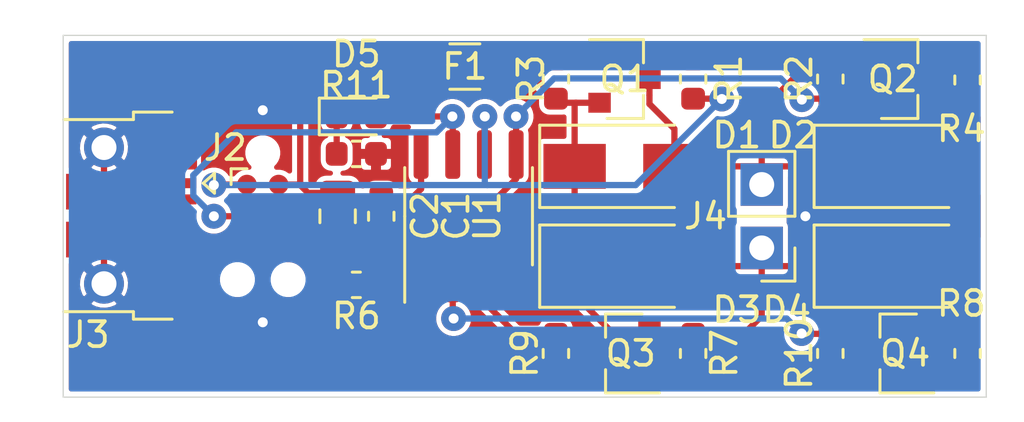
<source format=kicad_pcb>
(kicad_pcb (version 20211014) (generator pcbnew)
  (layers (0 "F.Cu" signal) (31 "B.Cu" signal) (34 "B.Paste" user) (35 "F.Paste" user) (36 "B.SilkS" user "B.Silkscreen") (37 "F.SilkS" user "F.Silkscreen") (38 "B.Mask" user) (39 "F.Mask" user) (44 "Edge.Cuts" user))
  (net 0 "")
  (net 1 "GND")
  (net 2 "+5V")
  (net 3 "Net-(D1-Pad2)")
  (net 4 "Net-(D1-Pad1)")
  (net 5 "Net-(D3-Pad2)")
  (net 6 "Net-(J2-Pad4)")
  (net 7 "Net-(J2-Pad3)")
  (net 8 "Net-(J2-Pad2)")
  (net 9 "/RST")
  (net 10 "/MOSI")
  (net 11 "/SCK")
  (net 12 "/MISO")
  (net 13 "Net-(Q1-Pad1)")
  (net 14 "Net-(Q2-Pad1)")
  (net 15 "Net-(Q3-Pad1)")
  (net 16 "Net-(Q4-Pad1)")
  (net 17 "/PB3")
  (net 18 "/PB4")
  (net 19 "Net-(D5-Pad1)")
  (footprint "Diode_SMD:D_SMA" (layer "F.Cu") (at 151.5 98)
    (fp_text reference "D1" (at 4.5 -1.25) (layer "F.SilkS"))
    (fp_text value "Diode")
    (fp_line (start -3.4 -1.65) (end 2 -1.65) (layer "F.SilkS") (width 0.12))
    (fp_line (start -3.4 -1.65) (end -3.4 1.65) (layer "F.SilkS") (width 0.12))
    (fp_line (start -3.4 1.65) (end 2 1.65) (layer "F.SilkS") (width 0.12))
    (pad "1" smd rect locked (at -2 0) (size 2.5 1.8) (layers "F.Cu" "F.Paste" "F.Mask") (net 4 "Net-(D1-Pad1)"))
    (pad "2" smd rect locked (at 2 0) (size 2.5 1.8) (layers "F.Cu" "F.Paste" "F.Mask") (net 3 "Net-(D1-Pad2)"))
  )
  (footprint "Diode_SMD:D_SMA" (layer "F.Cu") (at 162.5 98)
    (fp_text reference "D2" (at -4.25 -1.25) (layer "F.SilkS"))
    (fp_text value "Diode")
    (fp_line (start -3.4 -1.65) (end -3.4 1.65) (layer "F.SilkS") (width 0.12))
    (fp_line (start -3.4 1.65) (end 2 1.65) (layer "F.SilkS") (width 0.12))
    (fp_line (start -3.4 -1.65) (end 2 -1.65) (layer "F.SilkS") (width 0.12))
    (pad "1" smd rect locked (at -2 0) (size 2.5 1.8) (layers "F.Cu" "F.Paste" "F.Mask") (net 3 "Net-(D1-Pad2)"))
    (pad "2" smd rect locked (at 2 0) (size 2.5 1.8) (layers "F.Cu" "F.Paste" "F.Mask") (net 1 "GND"))
  )
  (footprint "Diode_SMD:D_SMA" (layer "F.Cu") (at 162.5 102)
    (fp_text reference "D4" (at -4.5 1.75) (layer "F.SilkS"))
    (fp_text value "Diode")
    (fp_line (start -3.4 -1.65) (end -3.4 1.65) (layer "F.SilkS") (width 0.12))
    (fp_line (start -3.4 -1.65) (end 2 -1.65) (layer "F.SilkS") (width 0.12))
    (fp_line (start -3.4 1.65) (end 2 1.65) (layer "F.SilkS") (width 0.12))
    (pad "1" smd rect locked (at -2 0) (size 2.5 1.8) (layers "F.Cu" "F.Paste" "F.Mask") (net 5 "Net-(D3-Pad2)"))
    (pad "2" smd rect locked (at 2 0) (size 2.5 1.8) (layers "F.Cu" "F.Paste" "F.Mask") (net 1 "GND"))
  )
  (footprint "Connector_USB:USB_Micro-B_Amphenol_10103594-0001LF_Horizontal" (layer "F.Cu") (at 131.75 100 -90)
    (fp_text reference "J2" (at -2.75 -3.75 180) (layer "F.SilkS"))
    (fp_text value "USB_B_Micro")
    (fp_line (start -0.925 -3.315) (end -1.325 -2.865) (layer "F.SilkS") (width 0.12))
    (fp_line (start -4.175 -0.065) (end -3.875 -0.065) (layer "F.SilkS") (width 0.12))
    (fp_line (start 3.825 -0.065) (end 4.125 -0.065) (layer "F.SilkS") (width 0.12))
    (fp_line (start 3.825 2.735) (end 3.825 -0.065) (layer "F.SilkS") (width 0.12))
    (fp_line (start -3.875 2.735) (end -3.875 -0.065) (layer "F.SilkS") (width 0.12))
    (fp_line (start 4.125 -0.065) (end 4.125 -1.615) (layer "F.SilkS") (width 0.12))
    (fp_line (start -1.725 -3.315) (end -0.925 -3.315) (layer "F.SilkS") (width 0.12))
    (fp_line (start -1.325 -2.865) (end -1.725 -3.315) (layer "F.SilkS") (width 0.12))
    (fp_line (start -4.175 -0.065) (end -4.175 -1.615) (layer "F.SilkS") (width 0.12))
    (pad "1" smd rect locked (at -1.325 -1.765) (size 1.65 0.4) (layers "F.Cu" "F.Paste" "F.Mask") (net 2 "+5V"))
    (pad "2" smd rect locked (at -0.675 -1.765) (size 1.65 0.4) (layers "F.Cu" "F.Paste" "F.Mask") (net 8 "Net-(J2-Pad2)"))
    (pad "3" smd rect locked (at -0.025 -1.765) (size 1.65 0.4) (layers "F.Cu" "F.Paste" "F.Mask") (net 7 "Net-(J2-Pad3)"))
    (pad "4" smd rect locked (at 0.625 -1.765) (size 1.65 0.4) (layers "F.Cu" "F.Paste" "F.Mask") (net 6 "Net-(J2-Pad4)"))
    (pad "5" smd rect locked (at 1.275 -1.765) (size 1.65 0.4) (layers "F.Cu" "F.Paste" "F.Mask") (net 1 "GND"))
    (pad "6" smd rect locked (at 2.875 -1.885 270) (size 2 1.5) (layers "F.Cu" "F.Paste" "F.Mask") (net 1 "GND"))
    (pad "6" smd rect locked (at 0.935 1.385) (size 2.5 1.43) (layers "F.Cu" "F.Paste" "F.Mask") (net 1 "GND"))
    (pad "6" smd rect locked (at -0.985 1.385) (size 2.5 1.43) (layers "F.Cu" "F.Paste" "F.Mask") (net 1 "GND"))
    (pad "6" thru_hole circle locked (at -2.755 1.115) (size 1.6 1.6) (drill 1) (layers *.Cu *.Mask) (net 1 "GND"))
    (pad "6" smd rect locked (at -2.875 -1.865 270) (size 2 1.5) (layers "F.Cu" "F.Paste" "F.Mask") (net 1 "GND"))
    (pad "6" thru_hole circle locked (at 2.705 1.115) (size 1.6 1.6) (drill 1) (layers *.Cu *.Mask) (net 1 "GND"))
  )
  (footprint "Connector:Tag-Connect_TC2030-IDC-NL_2x03_P1.27mm_Vertical" (layer "F.Cu") (at 137 100 -90)
    (fp_text reference "J3" (at 4.75 7 180) (layer "F.SilkS"))
    (fp_text value "ICSP")
    (fp_line (start -1.905 1.27) (end -1.905 0.635) (layer "F.SilkS") (width 0.12))
    (fp_line (start -1.27 1.27) (end -1.905 1.27) (layer "F.SilkS") (width 0.12))
    (pad "" np_thru_hole circle locked (at 2.54 1.016 270) (size 1 1) (drill 1) (layers *.Cu *.Mask))
    (pad "" np_thru_hole circle locked (at -2.54 0 270) (size 1 1) (drill 1) (layers *.Cu *.Mask))
    (pad "" np_thru_hole circle locked (at 2.54 -1.016 270) (size 1 1) (drill 1) (layers *.Cu *.Mask))
    (pad "1" connect circle locked (at -1.27 0.635 270) (size 0.7874 0.7874) (layers "F.Cu" "F.Mask") (net 12 "/MISO"))
    (pad "2" connect circle locked (at -1.27 -0.635 270) (size 0.7874 0.7874) (layers "F.Cu" "F.Mask") (net 2 "+5V"))
    (pad "3" connect circle locked (at 0 0.635 270) (size 0.7874 0.7874) (layers "F.Cu" "F.Mask") (net 11 "/SCK"))
    (pad "4" connect circle locked (at 0 -0.635 270) (size 0.7874 0.7874) (layers "F.Cu" "F.Mask") (net 10 "/MOSI"))
    (pad "5" connect circle locked (at 1.27 0.635 270) (size 0.7874 0.7874) (layers "F.Cu" "F.Mask") (net 9 "/RST"))
    (pad "6" connect circle locked (at 1.27 -0.635 270) (size 0.7874 0.7874) (layers "F.Cu" "F.Mask") (net 1 "GND"))
  )
  (footprint "Connector_PinHeader_2.54mm:PinHeader_1x02_P2.54mm_Vertical" (layer "F.Cu") (at 157 101.27 180)
    (fp_text reference "J4" (at 2.25 1.27) (layer "F.SilkS"))
    (fp_text value "Coil")
    (fp_line (start 1.33 1.27) (end 1.33 3.87) (layer "F.SilkS") (width 0.12))
    (fp_line (start -1.33 -1.33) (end 0 -1.33) (layer "F.SilkS") (width 0.12))
    (fp_line (start -1.33 3.87) (end 1.33 3.87) (layer "F.SilkS") (width 0.12))
    (fp_line (start -1.33 1.27) (end -1.33 3.87) (layer "F.SilkS") (width 0.12))
    (fp_line (start -1.33 0) (end -1.33 -1.33) (layer "F.SilkS") (width 0.12))
    (fp_line (start -1.33 1.27) (end 1.33 1.27) (layer "F.SilkS") (width 0.12))
    (pad "1" thru_hole rect locked (at 0 0 180) (size 1.7 1.7) (drill 1) (layers *.Cu *.Mask) (net 5 "Net-(D3-Pad2)"))
    (pad "2" thru_hole rect locked (at 0 2.54 180) (size 1.7 1.7) (drill 1) (layers *.Cu *.Mask) (net 3 "Net-(D1-Pad2)"))
  )
  (footprint "Package_TO_SOT_SMD:SOT-23" (layer "F.Cu") (at 151.5 94.5)
    (fp_text reference "Q1" (at 0 0) (layer "F.SilkS"))
    (fp_text value "DMP3099L")
    (fp_line (start 0.76 1.58) (end -0.7 1.58) (layer "F.SilkS") (width 0.12))
    (fp_line (start 0.76 -1.58) (end -1.4 -1.58) (layer "F.SilkS") (width 0.12))
    (fp_line (start 0.76 -1.58) (end 0.76 -0.65) (layer "F.SilkS") (width 0.12))
    (fp_line (start 0.76 1.58) (end 0.76 0.65) (layer "F.SilkS") (width 0.12))
    (pad "1" smd rect locked (at -1 -0.95) (size 0.9 0.8) (layers "F.Cu" "F.Paste" "F.Mask") (net 13 "Net-(Q1-Pad1)"))
    (pad "2" smd rect locked (at -1 0.95) (size 0.9 0.8) (layers "F.Cu" "F.Paste" "F.Mask") (net 4 "Net-(D1-Pad1)"))
    (pad "3" smd rect locked (at 1 0) (size 0.9 0.8) (layers "F.Cu" "F.Paste" "F.Mask") (net 3 "Net-(D1-Pad2)"))
  )
  (footprint "Package_TO_SOT_SMD:SOT-23" (layer "F.Cu") (at 162.5 94.5)
    (fp_text reference "Q2" (at -0.25 0) (layer "F.SilkS"))
    (fp_text value "DMG2302U")
    (fp_line (start 0.76 -1.58) (end -1.4 -1.58) (layer "F.SilkS") (width 0.12))
    (fp_line (start 0.76 1.58) (end -0.7 1.58) (layer "F.SilkS") (width 0.12))
    (fp_line (start 0.76 1.58) (end 0.76 0.65) (layer "F.SilkS") (width 0.12))
    (fp_line (start 0.76 -1.58) (end 0.76 -0.65) (layer "F.SilkS") (width 0.12))
    (pad "1" smd rect locked (at -1 -0.95) (size 0.9 0.8) (layers "F.Cu" "F.Paste" "F.Mask") (net 14 "Net-(Q2-Pad1)"))
    (pad "2" smd rect locked (at -1 0.95) (size 0.9 0.8) (layers "F.Cu" "F.Paste" "F.Mask") (net 1 "GND"))
    (pad "3" smd rect locked (at 1 0) (size 0.9 0.8) (layers "F.Cu" "F.Paste" "F.Mask") (net 3 "Net-(D1-Pad2)"))
  )
  (footprint "Package_TO_SOT_SMD:SOT-23" (layer "F.Cu") (at 162.5 105.5 180)
    (fp_text reference "Q4" (at -0.25 0) (layer "F.SilkS"))
    (fp_text value "DMG2302U")
    (fp_line (start 0.76 -1.58) (end -1.4 -1.58) (layer "F.SilkS") (width 0.12))
    (fp_line (start 0.76 -1.58) (end 0.76 -0.65) (layer "F.SilkS") (width 0.12))
    (fp_line (start 0.76 1.58) (end -0.7 1.58) (layer "F.SilkS") (width 0.12))
    (fp_line (start 0.76 1.58) (end 0.76 0.65) (layer "F.SilkS") (width 0.12))
    (pad "1" smd rect locked (at -1 -0.95 180) (size 0.9 0.8) (layers "F.Cu" "F.Paste" "F.Mask") (net 16 "Net-(Q4-Pad1)"))
    (pad "2" smd rect locked (at -1 0.95 180) (size 0.9 0.8) (layers "F.Cu" "F.Paste" "F.Mask") (net 1 "GND"))
    (pad "3" smd rect locked (at 1 0 180) (size 0.9 0.8) (layers "F.Cu" "F.Paste" "F.Mask") (net 5 "Net-(D3-Pad2)"))
  )
  (footprint "Resistor_SMD:R_0603_1608Metric" (layer "F.Cu") (at 159.75 94.5 -90)
    (fp_text reference "R2" (at 0 1.25 90) (layer "F.SilkS"))
    (fp_text value "22")
    (fp_line (start -0.162779 -0.51) (end 0.162779 -0.51) (layer "F.SilkS") (width 0.12))
    (fp_line (start -0.162779 0.51) (end 0.162779 0.51) (layer "F.SilkS") (width 0.12))
    (pad "1" smd roundrect locked (at -0.7875 0 270) (size 0.875 0.95) (layers "F.Cu" "F.Paste" "F.Mask") (net 14 "Net-(Q2-Pad1)"))
    (pad "2" smd roundrect locked (at 0.7875 0 270) (size 0.875 0.95) (layers "F.Cu" "F.Paste" "F.Mask") (net 10 "/MOSI"))
  )
  (footprint "Resistor_SMD:R_0603_1608Metric" (layer "F.Cu") (at 148.75 94.5 -90)
    (fp_text reference "R3" (at 0 1 -90) (layer "F.SilkS"))
    (fp_text value "10k")
    (fp_line (start -0.162779 -0.51) (end 0.162779 -0.51) (layer "F.SilkS") (width 0.12))
    (fp_line (start -0.162779 0.51) (end 0.162779 0.51) (layer "F.SilkS") (width 0.12))
    (pad "1" smd roundrect locked (at -0.7875 0 270) (size 0.875 0.95) (layers "F.Cu" "F.Paste" "F.Mask") (net 13 "Net-(Q1-Pad1)"))
    (pad "2" smd roundrect locked (at 0.7875 0 270) (size 0.875 0.95) (layers "F.Cu" "F.Paste" "F.Mask") (net 4 "Net-(D1-Pad1)"))
  )
  (footprint "Resistor_SMD:R_0603_1608Metric" (layer "F.Cu") (at 165.25 94.5375 90)
    (fp_text reference "R4" (at -1.9625 -0.25 180) (layer "F.SilkS"))
    (fp_text value "10k")
    (fp_line (start -0.162779 -0.51) (end 0.162779 -0.51) (layer "F.SilkS") (width 0.12))
    (fp_line (start -0.162779 0.51) (end 0.162779 0.51) (layer "F.SilkS") (width 0.12))
    (pad "1" smd roundrect locked (at -0.7875 0 90) (size 0.875 0.95) (layers "F.Cu" "F.Paste" "F.Mask") (net 1 "GND"))
    (pad "2" smd roundrect locked (at 0.7875 0 90) (size 0.875 0.95) (layers "F.Cu" "F.Paste" "F.Mask") (net 14 "Net-(Q2-Pad1)"))
  )
  (footprint "Resistor_SMD:R_0603_1608Metric" (layer "F.Cu") (at 140.75 102.75)
    (fp_text reference "R6" (at 0 1.25) (layer "F.SilkS"))
    (fp_text value "10k")
    (fp_line (start -0.162779 -0.51) (end 0.162779 -0.51) (layer "F.SilkS") (width 0.12))
    (fp_line (start -0.162779 0.51) (end 0.162779 0.51) (layer "F.SilkS") (width 0.12))
    (pad "1" smd roundrect locked (at -0.7875 0) (size 0.875 0.95) (layers "F.Cu" "F.Paste" "F.Mask") (net 2 "+5V"))
    (pad "2" smd roundrect locked (at 0.7875 0) (size 0.875 0.95) (layers "F.Cu" "F.Paste" "F.Mask") (net 9 "/RST"))
  )
  (footprint "Resistor_SMD:R_0603_1608Metric" (layer "F.Cu") (at 154.25 105.5 90)
    (fp_text reference "R7" (at 0 1.25 90) (layer "F.SilkS"))
    (fp_text value "10k")
    (fp_line (start -0.162779 0.51) (end 0.162779 0.51) (layer "F.SilkS") (width 0.12))
    (fp_line (start -0.162779 -0.51) (end 0.162779 -0.51) (layer "F.SilkS") (width 0.12))
    (pad "1" smd roundrect locked (at -0.7875 0 90) (size 0.875 0.95) (layers "F.Cu" "F.Paste" "F.Mask") (net 15 "Net-(Q3-Pad1)"))
    (pad "2" smd roundrect locked (at 0.7875 0 90) (size 0.875 0.95) (layers "F.Cu" "F.Paste" "F.Mask") (net 4 "Net-(D1-Pad1)"))
  )
  (footprint "Resistor_SMD:R_0603_1608Metric" (layer "F.Cu") (at 148.75 105.5 -90)
    (fp_text reference "R9" (at 0 1.25 90) (layer "F.SilkS"))
    (fp_text value "22")
    (fp_line (start -0.162779 -0.51) (end 0.162779 -0.51) (layer "F.SilkS") (width 0.12))
    (fp_line (start -0.162779 0.51) (end 0.162779 0.51) (layer "F.SilkS") (width 0.12))
    (pad "1" smd roundrect locked (at -0.7875 0 270) (size 0.875 0.95) (layers "F.Cu" "F.Paste" "F.Mask") (net 18 "/PB4"))
    (pad "2" smd roundrect locked (at 0.7875 0 270) (size 0.875 0.95) (layers "F.Cu" "F.Paste" "F.Mask") (net 15 "Net-(Q3-Pad1)"))
  )
  (footprint "Resistor_SMD:R_0603_1608Metric" (layer "F.Cu") (at 159.75 105.5 -90)
    (fp_text reference "R10" (at 0 1.25 90) (layer "F.SilkS"))
    (fp_text value "22")
    (fp_line (start -0.162779 -0.51) (end 0.162779 -0.51) (layer "F.SilkS") (width 0.12))
    (fp_line (start -0.162779 0.51) (end 0.162779 0.51) (layer "F.SilkS") (width 0.12))
    (pad "1" smd roundrect locked (at -0.7875 0 270) (size 0.875 0.95) (layers "F.Cu" "F.Paste" "F.Mask") (net 17 "/PB3"))
    (pad "2" smd roundrect locked (at 0.7875 0 270) (size 0.875 0.95) (layers "F.Cu" "F.Paste" "F.Mask") (net 16 "Net-(Q4-Pad1)"))
  )
  (footprint "Package_SO:SOIC-8_3.9x4.9mm_P1.27mm" (layer "F.Cu") (at 145.25 100 90)
    (fp_text reference "U1" (at 0 0.75 90) (layer "F.SilkS"))
    (fp_text value "ATtiny13A-SSU")
    (fp_line (start 0 -2.56) (end -3.45 -2.56) (layer "F.SilkS") (width 0.12))
    (fp_line (start 0 -2.56) (end 1.95 -2.56) (layer "F.SilkS") (width 0.12))
    (fp_line (start 0 2.56) (end 1.95 2.56) (layer "F.SilkS") (width 0.12))
    (fp_line (start 0 2.56) (end -1.95 2.56) (layer "F.SilkS") (width 0.12))
    (pad "1" smd roundrect locked (at -2.475 -1.905 90) (size 1.95 0.6) (layers "F.Cu" "F.Paste" "F.Mask") (net 9 "/RST"))
    (pad "2" smd roundrect locked (at -2.475 -0.635 90) (size 1.95 0.6) (layers "F.Cu" "F.Paste" "F.Mask") (net 17 "/PB3"))
    (pad "3" smd roundrect locked (at -2.475 0.635 90) (size 1.95 0.6) (layers "F.Cu" "F.Paste" "F.Mask") (net 18 "/PB4"))
    (pad "4" smd roundrect locked (at -2.475 1.905 90) (size 1.95 0.6) (layers "F.Cu" "F.Paste" "F.Mask") (net 1 "GND"))
    (pad "5" smd roundrect locked (at 2.475 1.905 90) (size 1.95 0.6) (layers "F.Cu" "F.Paste" "F.Mask") (net 10 "/MOSI"))
    (pad "6" smd roundrect locked (at 2.475 0.635 90) (size 1.95 0.6) (layers "F.Cu" "F.Paste" "F.Mask") (net 12 "/MISO"))
    (pad "7" smd roundrect locked (at 2.475 -0.635 90) (size 1.95 0.6) (layers "F.Cu" "F.Paste" "F.Mask") (net 11 "/SCK"))
    (pad "8" smd roundrect locked (at 2.475 -1.905 90) (size 1.95 0.6) (layers "F.Cu" "F.Paste" "F.Mask") (net 2 "+5V"))
  )
  (footprint "LED_SMD:LED_0603_1608Metric" (layer "F.Cu") (at 140.75 96)
    (fp_text reference "D5" (at 0 -2.5) (layer "F.SilkS"))
    (fp_text value "DBG")
    (fp_line (start -1.485 0.735) (end 0.8 0.735) (layer "F.SilkS") (width 0.12))
    (fp_line (start 0.8 -0.735) (end -1.485 -0.735) (layer "F.SilkS") (width 0.12))
    (fp_line (start -1.485 -0.735) (end -1.485 0.735) (layer "F.SilkS") (width 0.12))
    (pad "1" smd roundrect locked (at -0.7875 0) (size 0.875 0.95) (layers "F.Cu" "F.Paste" "F.Mask") (net 19 "Net-(D5-Pad1)"))
    (pad "2" smd roundrect locked (at 0.7875 0) (size 0.875 0.95) (layers "F.Cu" "F.Paste" "F.Mask") (net 11 "/SCK"))
  )
  (footprint "Resistor_SMD:R_0603_1608Metric" (layer "F.Cu") (at 140.75 97.5)
    (fp_text reference "R11" (at 0 -2.75 180) (layer "F.SilkS"))
    (fp_text value "2.2k")
    (fp_line (start -0.162779 -0.51) (end 0.162779 -0.51) (layer "F.SilkS") (width 0.12))
    (fp_line (start -0.162779 0.51) (end 0.162779 0.51) (layer "F.SilkS") (width 0.12))
    (pad "1" smd roundrect locked (at -0.7875 0) (size 0.875 0.95) (layers "F.Cu" "F.Paste" "F.Mask") (net 19 "Net-(D5-Pad1)"))
    (pad "2" smd roundrect locked (at 0.7875 0) (size 0.875 0.95) (layers "F.Cu" "F.Paste" "F.Mask") (net 1 "GND"))
  )
  (footprint "Package_TO_SOT_SMD:SOT-23" (layer "F.Cu") (at 151.5 105.5 180)
    (fp_text reference "Q3" (at -0.25 0) (layer "F.SilkS"))
    (fp_text value "DMP3099L")
    (fp_line (start 0.76 1.58) (end 0.76 0.65) (layer "F.SilkS") (width 0.12))
    (fp_line (start 0.76 1.58) (end -0.7 1.58) (layer "F.SilkS") (width 0.12))
    (fp_line (start 0.76 -1.58) (end -1.4 -1.58) (layer "F.SilkS") (width 0.12))
    (fp_line (start 0.76 -1.58) (end 0.76 -0.65) (layer "F.SilkS") (width 0.12))
    (pad "1" smd rect locked (at -1 -0.95 180) (size 0.9 0.8) (layers "F.Cu" "F.Paste" "F.Mask") (net 15 "Net-(Q3-Pad1)"))
    (pad "2" smd rect locked (at -1 0.95 180) (size 0.9 0.8) (layers "F.Cu" "F.Paste" "F.Mask") (net 4 "Net-(D1-Pad1)"))
    (pad "3" smd rect locked (at 1 0 180) (size 0.9 0.8) (layers "F.Cu" "F.Paste" "F.Mask") (net 5 "Net-(D3-Pad2)"))
  )
  (footprint "Capacitor_SMD:C_0603_1608Metric" (layer "F.Cu") (at 141.75 100 -90)
    (fp_text reference "C1" (at 0 -3 90) (layer "F.SilkS"))
    (fp_text value "100n")
    (fp_line (start -0.162779 0.51) (end 0.162779 0.51) (layer "F.SilkS") (width 0.12))
    (fp_line (start -0.162779 -0.51) (end 0.162779 -0.51) (layer "F.SilkS") (width 0.12))
    (pad "1" smd roundrect locked (at -0.7875 0 270) (size 0.875 0.95) (layers "F.Cu" "F.Paste" "F.Mask") (net 2 "+5V"))
    (pad "2" smd roundrect locked (at 0.7875 0 270) (size 0.875 0.95) (layers "F.Cu" "F.Paste" "F.Mask") (net 1 "GND"))
  )
  (footprint "Capacitor_SMD:C_0805_2012Metric" (layer "F.Cu") (at 140 100 -90)
    (fp_text reference "C2" (at 0 -3.5 90) (layer "F.SilkS"))
    (fp_text value "10u")
    (fp_line (start -0.258578 -0.71) (end 0.258578 -0.71) (layer "F.SilkS") (width 0.12))
    (fp_line (start -0.258578 0.71) (end 0.258578 0.71) (layer "F.SilkS") (width 0.12))
    (pad "1" smd roundrect locked (at -0.9375 0 270) (size 0.975 1.4) (layers "F.Cu" "F.Paste" "F.Mask") (net 2 "+5V"))
    (pad "2" smd roundrect locked (at 0.9375 0 270) (size 0.975 1.4) (layers "F.Cu" "F.Paste" "F.Mask") (net 1 "GND"))
  )
  (footprint "Fuse:Fuse_1206_3216Metric" (layer "F.Cu") (at 145.1 94 180)
    (fp_text reference "F1" (at 0 0) (layer "F.SilkS"))
    (fp_text value "500mA")
    (fp_line (start -0.602064 0.91) (end 0.602064 0.91) (layer "F.SilkS") (width 0.12))
    (fp_line (start -0.602064 -0.91) (end 0.602064 -0.91) (layer "F.SilkS") (width 0.12))
    (pad "1" smd roundrect locked (at -1.4 0 180) (size 1.25 1.75) (layers "F.Cu" "F.Paste" "F.Mask") (roundrect_rratio 0.2) (net 4 "Net-(D1-Pad1)"))
    (pad "2" smd roundrect locked (at 1.4 0 180) (size 1.25 1.75) (layers "F.Cu" "F.Paste" "F.Mask") (roundrect_rratio 0.2) (net 2 "+5V"))
  )
  (footprint "Resistor_SMD:R_0603_1608Metric" (layer "F.Cu") (at 154.25 94.5 -90)
    (fp_text reference "R1" (at 0 -1.43 90) (layer "F.SilkS"))
    (fp_text value "22")
    (fp_line (start -0.162779 -0.51) (end 0.162779 -0.51) (layer "F.SilkS") (width 0.12))
    (fp_line (start -0.162779 0.51) (end 0.162779 0.51) (layer "F.SilkS") (width 0.12))
    (pad "1" smd roundrect locked (at -0.7875 0 270) (size 0.875 0.95) (layers "F.Cu" "F.Paste" "F.Mask") (net 13 "Net-(Q1-Pad1)"))
    (pad "2" smd roundrect locked (at 0.7875 0 270) (size 0.875 0.95) (layers "F.Cu" "F.Paste" "F.Mask") (net 12 "/MISO"))
  )
  (footprint "Resistor_SMD:R_0603_1608Metric" (layer "F.Cu") (at 165.25 105.5 -90)
    (fp_text reference "R8" (at -2 0.25) (layer "F.SilkS"))
    (fp_text value "10k")
    (fp_line (start -0.162779 0.51) (end 0.162779 0.51) (layer "F.SilkS") (width 0.12))
    (fp_line (start -0.162779 -0.51) (end 0.162779 -0.51) (layer "F.SilkS") (width 0.12))
    (pad "1" smd roundrect locked (at -0.7875 0 270) (size 0.875 0.95) (layers "F.Cu" "F.Paste" "F.Mask") (net 1 "GND"))
    (pad "2" smd roundrect locked (at 0.7875 0 270) (size 0.875 0.95) (layers "F.Cu" "F.Paste" "F.Mask") (net 16 "Net-(Q4-Pad1)"))
  )
  (footprint "Diode_SMD:D_SMA" (layer "F.Cu") (at 151.5 102)
    (fp_text reference "D3" (at 4.5 1.75) (layer "F.SilkS"))
    (fp_text value "Diode")
    (fp_line (start -3.4 -1.65) (end 2 -1.65) (layer "F.SilkS") (width 0.12))
    (fp_line (start -3.4 -1.65) (end -3.4 1.65) (layer "F.SilkS") (width 0.12))
    (fp_line (start -3.4 1.65) (end 2 1.65) (layer "F.SilkS") (width 0.12))
    (pad "1" smd rect locked (at -2 0) (size 2.5 1.8) (layers "F.Cu" "F.Paste" "F.Mask") (net 4 "Net-(D1-Pad1)"))
    (pad "2" smd rect locked (at 2 0) (size 2.5 1.8) (layers "F.Cu" "F.Paste" "F.Mask") (net 5 "Net-(D3-Pad2)"))
  )
  (gr_line (start 166 107.25) (end 166 92.75) (layer "Edge.Cuts") (width 0.05))
  (gr_line (start 129 107.25) (end 166 107.25) (layer "Edge.Cuts") (width 0.05))
  (gr_line (start 166 92.75) (end 129 92.75) (layer "Edge.Cuts") (width 0.05))
  (gr_line (start 129 92.75) (end 129 107.25) (layer "Edge.Cuts") (width 0.05))
  (segment (start 133.635 102.875) (end 133.635 101.395) (width 0.25) (layer "F.Cu") (net 1))
  (segment (start 130.635 102.705) (end 130.635 101.205) (width 0.25) (layer "F.Cu") (net 1))
  (segment (start 130.635 98.745) (end 130.365 99.015) (width 0.25) (layer "F.Cu") (net 1))
  (segment (start 133.635 101.395) (end 133.515 101.275) (width 0.25) (layer "F.Cu") (net 1))
  (segment (start 130.635 101.205) (end 130.365 100.935) (width 0.25) (layer "F.Cu") (net 1))
  (segment (start 137.635 101.27) (end 138.155 100.75) (width 0.25) (layer "F.Cu") (net 1))
  (segment (start 138.155 100.75) (end 138.5 100.75) (width 0.25) (layer "F.Cu") (net 1))
  (segment (start 130.635 97.245) (end 130.635 98.745) (width 0.25) (layer "F.Cu") (net 1))
  (via (at 137 95.75) (size 1) (drill 0.4) (layers "F.Cu" "B.Cu") (net 1))
  (via (at 158.75 100) (size 1) (drill 0.4) (layers "F.Cu" "B.Cu") (net 1))
  (via (at 137 104.25) (size 1) (drill 0.4) (layers "F.Cu" "B.Cu") (net 1))
  (segment (start 138.5 94) (end 138.5 94) (width 0.25) (layer "F.Cu") (net 2))
  (segment (start 143.345 98.905) (end 143.0375 99.2125) (width 0.25) (layer "F.Cu") (net 2))
  (segment (start 143.0375 99.2125) (end 141.75 99.2125) (width 0.25) (layer "F.Cu") (net 2))
  (segment (start 133.674998 105.25) (end 138.5 105.25) (width 0.25) (layer "F.Cu") (net 2))
  (segment (start 140.15 99.2125) (end 140 99.0625) (width 0.25) (layer "F.Cu") (net 2))
  (segment (start 132.25 98.75) (end 132.25 103.825002) (width 0.25) (layer "F.Cu") (net 2))
  (segment (start 138.5 105.25) (end 139.9625 103.7875) (width 0.25) (layer "F.Cu") (net 2))
  (segment (start 138.8125 99.0625) (end 140 99.0625) (width 0.25) (layer "F.Cu") (net 2))
  (segment (start 138.5 98.75) (end 138.8125 99.0625) (width 0.25) (layer "F.Cu") (net 2))
  (segment (start 138.5 98.75) (end 138.48 98.73) (width 0.25) (layer "F.Cu") (net 2))
  (segment (start 132.25 98.75) (end 132.325 98.675) (width 0.25) (layer "F.Cu") (net 2))
  (segment (start 134.404998 94) (end 132.25 96.154998) (width 0.25) (layer "F.Cu") (net 2))
  (segment (start 132.25 96.154998) (end 132.25 98.75) (width 0.25) (layer "F.Cu") (net 2))
  (segment (start 138.48 98.73) (end 137.635 98.73) (width 0.25) (layer "F.Cu") (net 2))
  (segment (start 143.7 94) (end 134.404998 94) (width 0.25) (layer "F.Cu") (net 2))
  (segment (start 132.25 103.825002) (end 133.674998 105.25) (width 0.25) (layer "F.Cu") (net 2))
  (segment (start 141.75 99.2125) (end 140.15 99.2125) (width 0.25) (layer "F.Cu") (net 2))
  (segment (start 143.345 97.525) (end 143.345 98.905) (width 0.25) (layer "F.Cu") (net 2))
  (segment (start 133.515 98.675) (end 132.89 98.675) (width 0.25) (layer "F.Cu") (net 2))
  (segment (start 132.325 98.675) (end 133.515 98.675) (width 0.25) (layer "F.Cu") (net 2))
  (segment (start 139.9625 103.7875) (end 139.9625 102.75) (width 0.25) (layer "F.Cu") (net 2))
  (segment (start 138.5 94) (end 138.5 98.75) (width 0.25) (layer "F.Cu") (net 2))
  (segment (start 152.5 95.5) (end 152.5 95.15) (width 0.25) (layer "F.Cu") (net 3))
  (segment (start 152.5 95.15) (end 152.5 94.5) (width 0.25) (layer "F.Cu") (net 3))
  (segment (start 157 95.75) (end 157 98.73) (width 0.25) (layer "F.Cu") (net 3))
  (segment (start 157 98.73) (end 157 98) (width 0.25) (layer "F.Cu") (net 3))
  (segment (start 163.5 94.5) (end 158.25 94.5) (width 0.25) (layer "F.Cu") (net 3))
  (segment (start 153.5 98) (end 153.5 96.5) (width 0.25) (layer "F.Cu") (net 3))
  (segment (start 153.5 96.5) (end 152.5 95.5) (width 0.25) (layer "F.Cu") (net 3))
  (segment (start 153.5 98) (end 157 98) (width 0.25) (layer "F.Cu") (net 3))
  (segment (start 158.25 94.5) (end 157 95.75) (width 0.25) (layer "F.Cu") (net 3))
  (segment (start 157 98) (end 160.5 98) (width 0.25) (layer "F.Cu") (net 3))
  (segment (start 151.8 104.55) (end 152.5 104.55) (width 0.25) (layer "F.Cu") (net 4))
  (segment (start 149.5 102) (end 149.5 103.15) (width 0.25) (layer "F.Cu") (net 4))
  (segment (start 150.9 104.55) (end 151.8 104.55) (width 0.25) (layer "F.Cu") (net 4))
  (segment (start 149.55 95.45) (end 148.9125 95.45) (width 0.25) (layer "F.Cu") (net 4))
  (segment (start 146.5 94) (end 147.4625 94) (width 0.25) (layer "F.Cu") (net 4))
  (segment (start 154.0875 104.55) (end 154.25 104.7125) (width 0.25) (layer "F.Cu") (net 4))
  (segment (start 149.5 99.15) (end 149.5 102) (width 0.25) (layer "F.Cu") (net 4))
  (segment (start 149.5 98) (end 149.5 99.15) (width 0.25) (layer "F.Cu") (net 4))
  (segment (start 149.55 95.45) (end 149.5 95.5) (width 0.25) (layer "F.Cu") (net 4))
  (segment (start 149.5 103.15) (end 150.9 104.55) (width 0.25) (layer "F.Cu") (net 4))
  (segment (start 150.5 95.45) (end 149.55 95.45) (width 0.25) (layer "F.Cu") (net 4))
  (segment (start 152.5 104.55) (end 154.0875 104.55) (width 0.25) (layer "F.Cu") (net 4))
  (segment (start 148.9125 95.45) (end 148.75 95.2875) (width 0.25) (layer "F.Cu") (net 4))
  (segment (start 147.4625 94) (end 148.75 95.2875) (width 0.25) (layer "F.Cu") (net 4))
  (segment (start 149.5 95.5) (end 149.5 98) (width 0.25) (layer "F.Cu") (net 4))
  (segment (start 161.5 104.85) (end 161.5 105.5) (width 0.25) (layer "F.Cu") (net 5))
  (segment (start 157 102.37) (end 157 101.27) (width 0.25) (layer "F.Cu") (net 5))
  (segment (start 161.5 104.75) (end 161.5 104.85) (width 0.25) (layer "F.Cu") (net 5))
  (segment (start 150.5 105.5) (end 155.5 105.5) (width 0.25) (layer "F.Cu") (net 5))
  (segment (start 153.5 102) (end 155.5 102) (width 0.25) (layer "F.Cu") (net 5))
  (segment (start 157 104) (end 157 102.37) (width 0.25) (layer "F.Cu") (net 5))
  (segment (start 160.5 102) (end 160.5 103.75) (width 0.25) (layer "F.Cu") (net 5))
  (segment (start 155.5 102) (end 157 102) (width 0.25) (layer "F.Cu") (net 5))
  (segment (start 155.5 105.5) (end 157 104) (width 0.25) (layer "F.Cu") (net 5))
  (segment (start 157 102) (end 160.5 102) (width 0.25) (layer "F.Cu") (net 5))
  (segment (start 157 101.27) (end 157 102) (width 0.25) (layer "F.Cu") (net 5))
  (segment (start 160.5 103.75) (end 161.5 104.75) (width 0.25) (layer "F.Cu") (net 5))
  (segment (start 141.5375 101.9625) (end 141.5375 102.75) (width 0.25) (layer "F.Cu") (net 9))
  (segment (start 139.19999 103) (end 139.19999 102.268516) (width 0.25) (layer "F.Cu") (net 9))
  (segment (start 141.55001 101.94999) (end 141.5375 101.9625) (width 0.25) (layer "F.Cu") (net 9))
  (segment (start 135.158999 101.591001) (end 135.158999 102.936001) (width 0.25) (layer "F.Cu") (net 9))
  (segment (start 135.587999 103.365001) (end 138.834989 103.365001) (width 0.25) (layer "F.Cu") (net 9))
  (segment (start 139.518516 101.94999) (end 141.55001 101.94999) (width 0.25) (layer "F.Cu") (net 9))
  (segment (start 141.55001 101.94999) (end 143.11999 101.94999) (width 0.25) (layer "F.Cu") (net 9))
  (segment (start 135.48 101.27) (end 135.158999 101.591001) (width 0.25) (layer "F.Cu") (net 9))
  (segment (start 139.19999 102.268516) (end 139.518516 101.94999) (width 0.25) (layer "F.Cu") (net 9))
  (segment (start 138.834989 103.365001) (end 139.19999 103) (width 0.25) (layer "F.Cu") (net 9))
  (segment (start 136.365 101.27) (end 135.48 101.27) (width 0.25) (layer "F.Cu") (net 9))
  (segment (start 135.158999 102.936001) (end 135.587999 103.365001) (width 0.25) (layer "F.Cu") (net 9))
  (segment (start 158.645864 95.2875) (end 158.608364 95.325) (width 0.25) (layer "F.Cu") (net 10))
  (segment (start 147.155 97.525) (end 147.155 96.005) (width 0.25) (layer "F.Cu") (net 10))
  (segment (start 137.635 100) (end 145.655 100) (width 0.25) (layer "F.Cu") (net 10))
  (segment (start 145.655 100) (end 147.155 98.5) (width 0.25) (layer "F.Cu") (net 10))
  (segment (start 147.155 96.005) (end 147.15 96) (width 0.25) (layer "F.Cu") (net 10))
  (segment (start 159.75 95.2875) (end 158.645864 95.2875) (width 0.25) (layer "F.Cu") (net 10))
  (segment (start 147.155 98.5) (end 147.155 97.525) (width 0.25) (layer "F.Cu") (net 10))
  (via (at 158.608364 95.325) (size 1) (drill 0.4) (layers "F.Cu" "B.Cu") (net 10))
  (via (at 147.15 96) (size 1) (drill 0.4) (layers "F.Cu" "B.Cu") (net 10))
  (segment (start 157.758363 94.474999) (end 158.108365 94.825001) (width 0.25) (layer "B.Cu") (net 10))
  (segment (start 158.108365 94.825001) (end 158.608364 95.325) (width 0.25) (layer "B.Cu") (net 10))
  (segment (start 147.15 96) (end 148.675001 94.474999) (width 0.25) (layer "B.Cu") (net 10))
  (segment (start 148.675001 94.474999) (end 157.758363 94.474999) (width 0.25) (layer "B.Cu") (net 10))
  (segment (start 144.615 96.015) (end 144.6 96) (width 0.25) (layer "F.Cu") (net 11))
  (segment (start 144.615 97.525) (end 144.615 96.015) (width 0.25) (layer "F.Cu") (net 11))
  (segment (start 136.365 100) (end 135.040002 100) (width 0.25) (layer "F.Cu") (net 11))
  (segment (start 141.5375 96) (end 144.6 96) (width 0.25) (layer "F.Cu") (net 11))
  (via (at 135.040002 100) (size 1) (drill 0.4) (layers "F.Cu" "B.Cu") (net 11))
  (via (at 144.6 96) (size 1) (drill 0.4) (layers "F.Cu" "B.Cu") (net 11))
  (segment (start 135.040002 100) (end 134.215001 99.174999) (width 0.25) (layer "B.Cu") (net 11))
  (segment (start 134.215001 98.353999) (end 135.934001 96.634999) (width 0.25) (layer "B.Cu") (net 11))
  (segment (start 134.215001 99.174999) (end 134.215001 98.353999) (width 0.25) (layer "B.Cu") (net 11))
  (segment (start 135.934001 96.634999) (end 143.965001 96.634999) (width 0.25) (layer "B.Cu") (net 11))
  (segment (start 144.100001 96.499999) (end 144.6 96) (width 0.25) (layer "B.Cu") (net 11))
  (segment (start 143.965001 96.634999) (end 144.100001 96.499999) (width 0.25) (layer "B.Cu") (net 11))
  (segment (start 145.885 96.015) (end 145.9 96) (width 0.25) (layer "F.Cu") (net 12))
  (segment (start 154.25 95.2875) (end 155.3875 95.2875) (width 0.25) (layer "F.Cu") (net 12))
  (segment (start 136.365 98.73) (end 135.060002 98.73) (width 0.25) (layer "F.Cu") (net 12))
  (segment (start 135.060002 98.73) (end 135.040002 98.75) (width 0.25) (layer "F.Cu") (net 12))
  (segment (start 145.885 97.525) (end 145.885 96.015) (width 0.25) (layer "F.Cu") (net 12))
  (segment (start 155.3875 95.2875) (end 155.4 95.3) (width 0.25) (layer "F.Cu") (net 12))
  (via (at 135.040002 98.75) (size 1) (drill 0.4) (layers "F.Cu" "B.Cu") (net 12))
  (via (at 155.4 95.3) (size 1) (drill 0.4) (layers "F.Cu" "B.Cu") (net 12))
  (via (at 145.9 96) (size 1) (drill 0.4) (layers "F.Cu" "B.Cu") (net 12))
  (segment (start 146 98.75) (end 151.95 98.75) (width 0.25) (layer "B.Cu") (net 12))
  (segment (start 151.95 98.75) (end 155.4 95.3) (width 0.25) (layer "B.Cu") (net 12))
  (segment (start 145.9 98.65) (end 145.9 96) (width 0.25) (layer "B.Cu") (net 12))
  (segment (start 135.040002 98.75) (end 146 98.75) (width 0.25) (layer "B.Cu") (net 12))
  (segment (start 149.9625 93.7125) (end 154.25 93.7125) (width 0.25) (layer "F.Cu") (net 13))
  (segment (start 148.75 93.7125) (end 149.9625 93.7125) (width 0.25) (layer "F.Cu") (net 13))
  (segment (start 150.3375 93.7125) (end 150.5 93.55) (width 0.25) (layer "F.Cu") (net 13))
  (segment (start 149.9625 93.7125) (end 150.3375 93.7125) (width 0.25) (layer "F.Cu") (net 13))
  (segment (start 159.75 93.7125) (end 160.9625 93.7125) (width 0.25) (layer "F.Cu") (net 14))
  (segment (start 161.3375 93.7125) (end 161.5 93.55) (width 0.25) (layer "F.Cu") (net 14))
  (segment (start 160.9625 93.7125) (end 165.2125 93.7125) (width 0.25) (layer "F.Cu") (net 14))
  (segment (start 165.2125 93.7125) (end 165.25 93.75) (width 0.25) (layer "F.Cu") (net 14))
  (segment (start 160.9625 93.7125) (end 161.3375 93.7125) (width 0.25) (layer "F.Cu") (net 14))
  (segment (start 148.75 106.2875) (end 152.9625 106.2875) (width 0.25) (layer "F.Cu") (net 15))
  (segment (start 152.9625 106.2875) (end 152.6625 106.2875) (width 0.25) (layer "F.Cu") (net 15))
  (segment (start 152.9625 106.2875) (end 154.25 106.2875) (width 0.25) (layer "F.Cu") (net 15))
  (segment (start 152.6625 106.2875) (end 152.5 106.45) (width 0.25) (layer "F.Cu") (net 15))
  (segment (start 163.9625 106.2875) (end 165.25 106.2875) (width 0.25) (layer "F.Cu") (net 16))
  (segment (start 163.9625 106.2875) (end 163.6625 106.2875) (width 0.25) (layer "F.Cu") (net 16))
  (segment (start 159.75 106.2875) (end 163.9625 106.2875) (width 0.25) (layer "F.Cu") (net 16))
  (segment (start 163.6625 106.2875) (end 163.5 106.45) (width 0.25) (layer "F.Cu") (net 16))
  (segment (start 144.615 104.065) (end 144.65 104.1) (width 0.25) (layer "F.Cu") (net 17))
  (segment (start 159.75 104.7125) (end 158.6125 104.7125) (width 0.25) (layer "F.Cu") (net 17))
  (segment (start 144.615 102.475) (end 144.615 104.065) (width 0.25) (layer "F.Cu") (net 17))
  (segment (start 158.6125 104.7125) (end 158.6 104.7) (width 0.25) (layer "F.Cu") (net 17))
  (via (at 144.65 104.1) (size 1) (drill 0.4) (layers "F.Cu" "B.Cu") (net 17))
  (via (at 158.6 104.7) (size 1) (drill 0.4) (layers "F.Cu" "B.Cu") (net 17))
  (segment (start 144.65 104.1) (end 158 104.1) (width 0.25) (layer "B.Cu") (net 17))
  (segment (start 158 104.1) (end 158.6 104.7) (width 0.25) (layer "B.Cu") (net 17))
  (segment (start 147.1475 104.7125) (end 145.885 103.45) (width 0.25) (layer "F.Cu") (net 18))
  (segment (start 148.75 104.7125) (end 147.1475 104.7125) (width 0.25) (layer "F.Cu") (net 18))
  (segment (start 145.885 103.45) (end 145.885 102.475) (width 0.25) (layer "F.Cu") (net 18))
  (segment (start 139.9625 96) (end 139.9625 97.5) (width 0.25) (layer "F.Cu") (net 19))
  (zone (net 1) (net_name "GND") (layer "F.Cu") (connect_pads (clearance 0.2)) (min_thickness 0.2) (fill yes (thermal_gap 0.16) (thermal_bridge_width 0.4))
    (polygon (pts (xy 166.75 108.25) (xy 128.25 108.25) (xy 128.25 92) (xy 166.75 92)))
  )
  (zone (net 0) (net_name "") (layers F&B.Cu) (connect_pads (clearance 0)) (min_thickness 0.2)
    (keepout (tracks allowed) (vias allowed) (pads allowed) (copperpour not_allowed) (footprints allowed))
    (fill (thermal_gap 0.16) (thermal_bridge_width 0.4))
    (polygon (pts (xy 158 102.25) (xy 156 102.25) (xy 156 97.75) (xy 158 97.75)))
  )
  (zone (net 0) (net_name "") (layer "F.Cu") (connect_pads (clearance 0)) (min_thickness 0.2)
    (keepout (tracks allowed) (vias allowed) (pads allowed) (copperpour not_allowed) (footprints allowed))
    (fill (thermal_gap 0.16) (thermal_bridge_width 0.4))
    (polygon (pts (xy 137.65 101.7) (xy 136.35 101.7) (xy 136.35 98.3) (xy 137.65 98.3)))
  )
  (zone (net 1) (net_name "GND") (layer "B.Cu") (connect_pads (clearance 0.2)) (min_thickness 0.2) (fill yes (thermal_gap 0.16) (thermal_bridge_width 0.4))
    (polygon (pts (xy 166.75 108.25) (xy 128.25 108.25) (xy 128.25 92) (xy 166.75 92)))
  )
)
</source>
